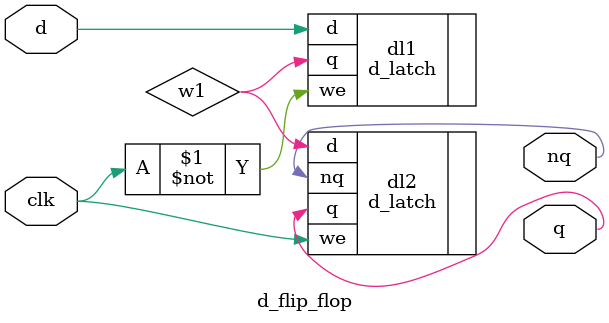
<source format=v>
module d_flip_flop (
    input  d,
    input  clk,
    output q,
    output nq
);
  wire w1;

  d_latch dl1 (
      .d (d),
      .we(~clk),
      .q (w1)
  );
  d_latch dl2 (
      .d (w1),
      .we(clk),
      .q (q),
      .nq(nq)
  );
endmodule

</source>
